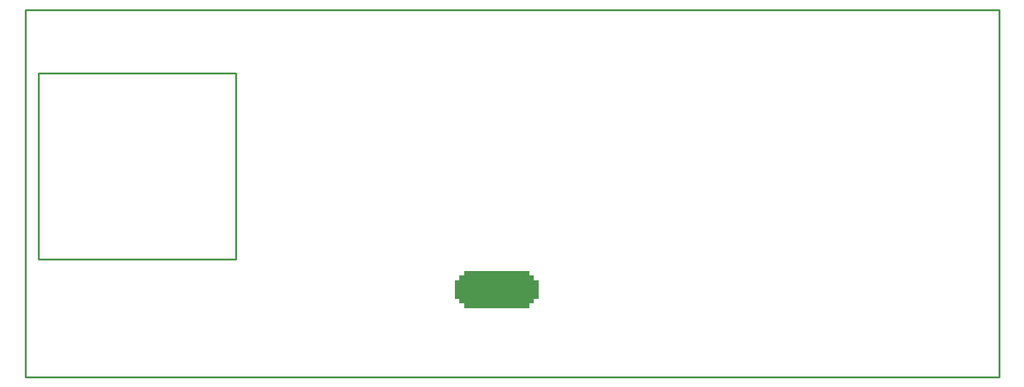
<source format=gbr>
G04*
G04 #@! TF.GenerationSoftware,Altium Limited,Altium Designer,22.4.2 (48)*
G04*
G04 Layer_Color=16711935*
%FSLAX24Y24*%
%MOIN*%
G70*
G04*
G04 #@! TF.SameCoordinates,3D4B7757-4479-4088-A00E-F10E6AE17A54*
G04*
G04*
G04 #@! TF.FilePolarity,Positive*
G04*
G01*
G75*
%ADD10C,0.0100*%
G36*
X27071Y5450D02*
X27321D01*
Y5200D01*
X27571D01*
Y4200D01*
X27321D01*
Y3950D01*
X27071D01*
Y3700D01*
X23571D01*
Y3950D01*
X23321D01*
Y4200D01*
X23071D01*
Y5200D01*
X23321D01*
Y5450D01*
X23571D01*
Y5700D01*
X27071D01*
Y5450D01*
D02*
G37*
D10*
X1Y19707D02*
X52300D01*
X1D02*
X1Y0D01*
X52300D01*
Y19707D01*
X11321Y8230D02*
Y16330D01*
X721D02*
X11321D01*
X721Y6330D02*
Y16330D01*
Y6330D02*
X6221D01*
X11321D01*
Y6930D01*
Y8230D01*
M02*

</source>
